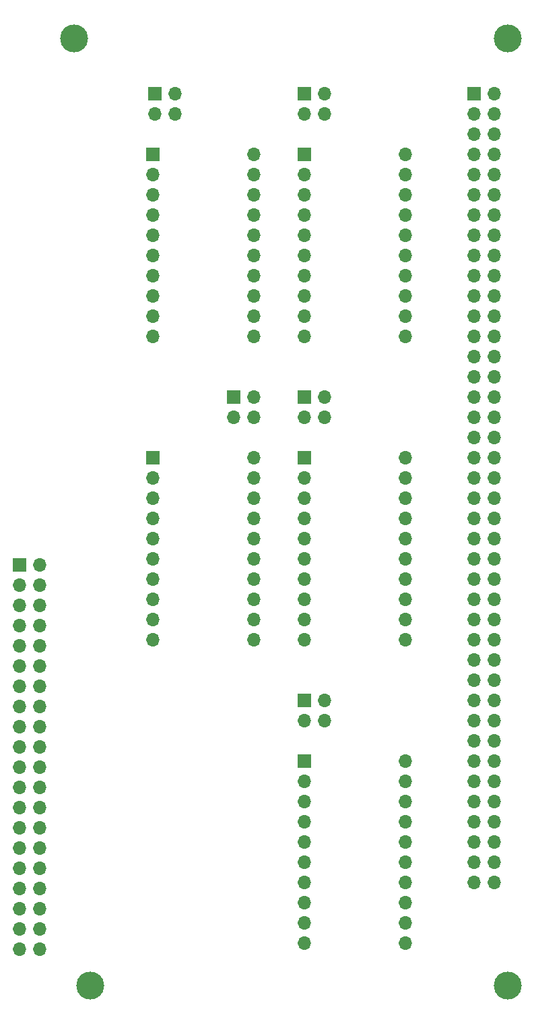
<source format=gbr>
%TF.GenerationSoftware,KiCad,Pcbnew,9.0.1-9.0.1-0~ubuntu24.04.1*%
%TF.CreationDate,2025-04-22T11:48:07+09:00*%
%TF.ProjectId,PSCE-TEST_TANG25K,50534345-2d54-4455-9354-5f54414e4732,rev?*%
%TF.SameCoordinates,Original*%
%TF.FileFunction,Soldermask,Bot*%
%TF.FilePolarity,Negative*%
%FSLAX46Y46*%
G04 Gerber Fmt 4.6, Leading zero omitted, Abs format (unit mm)*
G04 Created by KiCad (PCBNEW 9.0.1-9.0.1-0~ubuntu24.04.1) date 2025-04-22 11:48:07*
%MOMM*%
%LPD*%
G01*
G04 APERTURE LIST*
%ADD10R,1.700000X1.700000*%
%ADD11O,1.700000X1.700000*%
%ADD12C,3.500000*%
G04 APERTURE END LIST*
D10*
%TO.C,J1*%
X103124000Y-48006000D03*
D11*
X105664000Y-48006000D03*
X103124000Y-50546000D03*
X105664000Y-50546000D03*
%TD*%
D10*
%TO.C,J6*%
X143256000Y-48006000D03*
D11*
X145796000Y-48006000D03*
X143256000Y-50546000D03*
X145796000Y-50546000D03*
X143256000Y-53086000D03*
X145796000Y-53086000D03*
X143256000Y-55626000D03*
X145796000Y-55626000D03*
X143256000Y-58166000D03*
X145796000Y-58166000D03*
X143256000Y-60706000D03*
X145796000Y-60706000D03*
X143256000Y-63246000D03*
X145796000Y-63246000D03*
X143256000Y-65786000D03*
X145796000Y-65786000D03*
X143256000Y-68326000D03*
X145796000Y-68326000D03*
X143256000Y-70866000D03*
X145796000Y-70866000D03*
X143256000Y-73406000D03*
X145796000Y-73406000D03*
X143256000Y-75946000D03*
X145796000Y-75946000D03*
X143256000Y-78486000D03*
X145796000Y-78486000D03*
X143256000Y-81026000D03*
X145796000Y-81026000D03*
X143256000Y-83566000D03*
X145796000Y-83566000D03*
X143256000Y-86106000D03*
X145796000Y-86106000D03*
X143256000Y-88646000D03*
X145796000Y-88646000D03*
X143256000Y-91186000D03*
X145796000Y-91186000D03*
X143256000Y-93726000D03*
X145796000Y-93726000D03*
X143256000Y-96266000D03*
X145796000Y-96266000D03*
X143256000Y-98806000D03*
X145796000Y-98806000D03*
X143256000Y-101346000D03*
X145796000Y-101346000D03*
X143256000Y-103886000D03*
X145796000Y-103886000D03*
X143256000Y-106426000D03*
X145796000Y-106426000D03*
X143256000Y-108966000D03*
X145796000Y-108966000D03*
X143256000Y-111506000D03*
X145796000Y-111506000D03*
X143256000Y-114046000D03*
X145796000Y-114046000D03*
X143256000Y-116586000D03*
X145796000Y-116586000D03*
X143256000Y-119126000D03*
X145796000Y-119126000D03*
X143256000Y-121666000D03*
X145796000Y-121666000D03*
X143256000Y-124206000D03*
X145796000Y-124206000D03*
X143256000Y-126746000D03*
X145796000Y-126746000D03*
X143256000Y-129286000D03*
X145796000Y-129286000D03*
X143256000Y-131826000D03*
X145796000Y-131826000D03*
X143256000Y-134366000D03*
X145796000Y-134366000D03*
X143256000Y-136906000D03*
X145796000Y-136906000D03*
X143256000Y-139446000D03*
X145796000Y-139446000D03*
X143256000Y-141986000D03*
X145796000Y-141986000D03*
X143256000Y-144526000D03*
X145796000Y-144526000D03*
X143256000Y-147066000D03*
X145796000Y-147066000D03*
%TD*%
D10*
%TO.C,U2*%
X121920000Y-55626000D03*
D11*
X121920000Y-58166000D03*
X121920000Y-60706000D03*
X121920000Y-63246000D03*
X121920000Y-65786000D03*
X121920000Y-68326000D03*
X121920000Y-70866000D03*
X121920000Y-73406000D03*
X121920000Y-75946000D03*
X121920000Y-78486000D03*
X134620000Y-78486000D03*
X134620000Y-75946000D03*
X134620000Y-73406000D03*
X134620000Y-70866000D03*
X134620000Y-68326000D03*
X134620000Y-65786000D03*
X134620000Y-63246000D03*
X134620000Y-60706000D03*
X134620000Y-58166000D03*
X134620000Y-55626000D03*
%TD*%
D10*
%TO.C,U4*%
X121920000Y-93726000D03*
D11*
X121920000Y-96266000D03*
X121920000Y-98806000D03*
X121920000Y-101346000D03*
X121920000Y-103886000D03*
X121920000Y-106426000D03*
X121920000Y-108966000D03*
X121920000Y-111506000D03*
X121920000Y-114046000D03*
X121920000Y-116586000D03*
X134620000Y-116586000D03*
X134620000Y-114046000D03*
X134620000Y-111506000D03*
X134620000Y-108966000D03*
X134620000Y-106426000D03*
X134620000Y-103886000D03*
X134620000Y-101346000D03*
X134620000Y-98806000D03*
X134620000Y-96266000D03*
X134620000Y-93726000D03*
%TD*%
D10*
%TO.C,U5*%
X121920000Y-131826000D03*
D11*
X121920000Y-134366000D03*
X121920000Y-136906000D03*
X121920000Y-139446000D03*
X121920000Y-141986000D03*
X121920000Y-144526000D03*
X121920000Y-147066000D03*
X121920000Y-149606000D03*
X121920000Y-152146000D03*
X121920000Y-154686000D03*
X134620000Y-154686000D03*
X134620000Y-152146000D03*
X134620000Y-149606000D03*
X134620000Y-147066000D03*
X134620000Y-144526000D03*
X134620000Y-141986000D03*
X134620000Y-139446000D03*
X134620000Y-136906000D03*
X134620000Y-134366000D03*
X134620000Y-131826000D03*
%TD*%
D10*
%TO.C,J7*%
X86106000Y-107188000D03*
D11*
X88646000Y-107188000D03*
X86106000Y-109728000D03*
X88646000Y-109728000D03*
X86106000Y-112268000D03*
X88646000Y-112268000D03*
X86106000Y-114808000D03*
X88646000Y-114808000D03*
X86106000Y-117348000D03*
X88646000Y-117348000D03*
X86106000Y-119888000D03*
X88646000Y-119888000D03*
X86106000Y-122428000D03*
X88646000Y-122428000D03*
X86106000Y-124968000D03*
X88646000Y-124968000D03*
X86106000Y-127508000D03*
X88646000Y-127508000D03*
X86106000Y-130048000D03*
X88646000Y-130048000D03*
X86106000Y-132588000D03*
X88646000Y-132588000D03*
X86106000Y-135128000D03*
X88646000Y-135128000D03*
X86106000Y-137668000D03*
X88646000Y-137668000D03*
X86106000Y-140208000D03*
X88646000Y-140208000D03*
X86106000Y-142748000D03*
X88646000Y-142748000D03*
X86106000Y-145288000D03*
X88646000Y-145288000D03*
X86106000Y-147828000D03*
X88646000Y-147828000D03*
X86106000Y-150368000D03*
X88646000Y-150368000D03*
X86106000Y-152908000D03*
X88646000Y-152908000D03*
X86106000Y-155448000D03*
X88646000Y-155448000D03*
%TD*%
D10*
%TO.C,U3*%
X102870000Y-93726000D03*
D11*
X102870000Y-96266000D03*
X102870000Y-98806000D03*
X102870000Y-101346000D03*
X102870000Y-103886000D03*
X102870000Y-106426000D03*
X102870000Y-108966000D03*
X102870000Y-111506000D03*
X102870000Y-114046000D03*
X102870000Y-116586000D03*
X115570000Y-116586000D03*
X115570000Y-114046000D03*
X115570000Y-111506000D03*
X115570000Y-108966000D03*
X115570000Y-106426000D03*
X115570000Y-103886000D03*
X115570000Y-101346000D03*
X115570000Y-98806000D03*
X115570000Y-96266000D03*
X115570000Y-93726000D03*
%TD*%
D12*
%TO.C,H3*%
X95000000Y-160000000D03*
%TD*%
%TO.C,H2*%
X93000000Y-41000000D03*
%TD*%
D10*
%TO.C,J4*%
X121920000Y-86106000D03*
D11*
X124460000Y-86106000D03*
X121920000Y-88646000D03*
X124460000Y-88646000D03*
%TD*%
D12*
%TO.C,H4*%
X147500000Y-160000000D03*
%TD*%
D10*
%TO.C,U1*%
X102870000Y-55626000D03*
D11*
X102870000Y-58166000D03*
X102870000Y-60706000D03*
X102870000Y-63246000D03*
X102870000Y-65786000D03*
X102870000Y-68326000D03*
X102870000Y-70866000D03*
X102870000Y-73406000D03*
X102870000Y-75946000D03*
X102870000Y-78486000D03*
X115570000Y-78486000D03*
X115570000Y-75946000D03*
X115570000Y-73406000D03*
X115570000Y-70866000D03*
X115570000Y-68326000D03*
X115570000Y-65786000D03*
X115570000Y-63246000D03*
X115570000Y-60706000D03*
X115570000Y-58166000D03*
X115570000Y-55626000D03*
%TD*%
D10*
%TO.C,J5*%
X121920000Y-124206000D03*
D11*
X124460000Y-124206000D03*
X121920000Y-126746000D03*
X124460000Y-126746000D03*
%TD*%
D10*
%TO.C,J3*%
X113025000Y-86101000D03*
D11*
X115565000Y-86101000D03*
X113025000Y-88641000D03*
X115565000Y-88641000D03*
%TD*%
D10*
%TO.C,J2*%
X121920000Y-48006000D03*
D11*
X124460000Y-48006000D03*
X121920000Y-50546000D03*
X124460000Y-50546000D03*
%TD*%
D12*
%TO.C,H1*%
X147500000Y-41000000D03*
%TD*%
M02*

</source>
